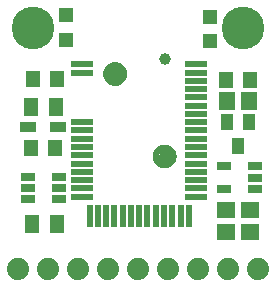
<source format=gbr>
G04 EAGLE Gerber RS-274X export*
G75*
%MOMM*%
%FSLAX34Y34*%
%LPD*%
%INSoldermask Top*%
%IPPOS*%
%AMOC8*
5,1,8,0,0,1.08239X$1,22.5*%
G01*
%ADD10R,1.951600X0.551600*%
%ADD11R,0.551600X1.951600*%
%ADD12C,1.001600*%
%ADD13R,1.301600X1.301600*%
%ADD14R,1.301600X1.401600*%
%ADD15R,1.301600X1.601600*%
%ADD16C,1.101600*%
%ADD17C,0.500000*%
%ADD18R,1.301600X0.651600*%
%ADD19R,1.601600X1.401600*%
%ADD20C,3.617600*%
%ADD21R,1.101600X1.371600*%
%ADD22R,1.401600X1.601600*%
%ADD23R,1.451600X0.901600*%
%ADD24C,1.879600*%


D10*
X67320Y197480D03*
X67320Y190480D03*
X67320Y148480D03*
X67320Y141480D03*
X67320Y134480D03*
X67320Y127480D03*
X67320Y120480D03*
X67320Y113480D03*
X67320Y106480D03*
X67320Y99480D03*
X67320Y92480D03*
X67320Y85480D03*
D11*
X73570Y69230D03*
X80570Y69230D03*
X87570Y69230D03*
X94570Y69230D03*
X101570Y69230D03*
X108570Y69230D03*
X115570Y69230D03*
X122570Y69230D03*
X129570Y69230D03*
X136570Y69230D03*
X143570Y69230D03*
X150570Y69230D03*
X157570Y69230D03*
D10*
X163820Y85480D03*
X163820Y92480D03*
X163820Y99480D03*
X163820Y106480D03*
X163820Y113480D03*
X163820Y120480D03*
X163820Y127480D03*
X163820Y134480D03*
X163820Y141480D03*
X163820Y148480D03*
X163820Y155480D03*
X163820Y162480D03*
X163820Y169480D03*
X163820Y176480D03*
X163820Y183480D03*
X163820Y190480D03*
X163820Y197480D03*
D12*
X137570Y201980D03*
D13*
X175260Y237830D03*
X175260Y216830D03*
X53340Y239100D03*
X53340Y218100D03*
D14*
X189230Y184150D03*
X209550Y184150D03*
X25400Y185420D03*
X45720Y185420D03*
D15*
X44790Y161290D03*
X23790Y161290D03*
D16*
X137160Y119380D03*
D17*
X137160Y126880D02*
X136979Y126878D01*
X136798Y126871D01*
X136617Y126860D01*
X136436Y126845D01*
X136256Y126825D01*
X136076Y126801D01*
X135897Y126773D01*
X135719Y126740D01*
X135542Y126703D01*
X135365Y126662D01*
X135190Y126617D01*
X135015Y126567D01*
X134842Y126513D01*
X134671Y126455D01*
X134500Y126393D01*
X134332Y126326D01*
X134165Y126256D01*
X133999Y126182D01*
X133836Y126103D01*
X133675Y126021D01*
X133515Y125935D01*
X133358Y125845D01*
X133203Y125751D01*
X133050Y125654D01*
X132900Y125552D01*
X132752Y125448D01*
X132606Y125339D01*
X132464Y125228D01*
X132324Y125112D01*
X132187Y124994D01*
X132052Y124872D01*
X131921Y124747D01*
X131793Y124619D01*
X131668Y124488D01*
X131546Y124353D01*
X131428Y124216D01*
X131312Y124076D01*
X131201Y123934D01*
X131092Y123788D01*
X130988Y123640D01*
X130886Y123490D01*
X130789Y123337D01*
X130695Y123182D01*
X130605Y123025D01*
X130519Y122865D01*
X130437Y122704D01*
X130358Y122541D01*
X130284Y122375D01*
X130214Y122208D01*
X130147Y122040D01*
X130085Y121869D01*
X130027Y121698D01*
X129973Y121525D01*
X129923Y121350D01*
X129878Y121175D01*
X129837Y120998D01*
X129800Y120821D01*
X129767Y120643D01*
X129739Y120464D01*
X129715Y120284D01*
X129695Y120104D01*
X129680Y119923D01*
X129669Y119742D01*
X129662Y119561D01*
X129660Y119380D01*
X137160Y126880D02*
X137341Y126878D01*
X137522Y126871D01*
X137703Y126860D01*
X137884Y126845D01*
X138064Y126825D01*
X138244Y126801D01*
X138423Y126773D01*
X138601Y126740D01*
X138778Y126703D01*
X138955Y126662D01*
X139130Y126617D01*
X139305Y126567D01*
X139478Y126513D01*
X139649Y126455D01*
X139820Y126393D01*
X139988Y126326D01*
X140155Y126256D01*
X140321Y126182D01*
X140484Y126103D01*
X140645Y126021D01*
X140805Y125935D01*
X140962Y125845D01*
X141117Y125751D01*
X141270Y125654D01*
X141420Y125552D01*
X141568Y125448D01*
X141714Y125339D01*
X141856Y125228D01*
X141996Y125112D01*
X142133Y124994D01*
X142268Y124872D01*
X142399Y124747D01*
X142527Y124619D01*
X142652Y124488D01*
X142774Y124353D01*
X142892Y124216D01*
X143008Y124076D01*
X143119Y123934D01*
X143228Y123788D01*
X143332Y123640D01*
X143434Y123490D01*
X143531Y123337D01*
X143625Y123182D01*
X143715Y123025D01*
X143801Y122865D01*
X143883Y122704D01*
X143962Y122541D01*
X144036Y122375D01*
X144106Y122208D01*
X144173Y122040D01*
X144235Y121869D01*
X144293Y121698D01*
X144347Y121525D01*
X144397Y121350D01*
X144442Y121175D01*
X144483Y120998D01*
X144520Y120821D01*
X144553Y120643D01*
X144581Y120464D01*
X144605Y120284D01*
X144625Y120104D01*
X144640Y119923D01*
X144651Y119742D01*
X144658Y119561D01*
X144660Y119380D01*
X144658Y119199D01*
X144651Y119018D01*
X144640Y118837D01*
X144625Y118656D01*
X144605Y118476D01*
X144581Y118296D01*
X144553Y118117D01*
X144520Y117939D01*
X144483Y117762D01*
X144442Y117585D01*
X144397Y117410D01*
X144347Y117235D01*
X144293Y117062D01*
X144235Y116891D01*
X144173Y116720D01*
X144106Y116552D01*
X144036Y116385D01*
X143962Y116219D01*
X143883Y116056D01*
X143801Y115895D01*
X143715Y115735D01*
X143625Y115578D01*
X143531Y115423D01*
X143434Y115270D01*
X143332Y115120D01*
X143228Y114972D01*
X143119Y114826D01*
X143008Y114684D01*
X142892Y114544D01*
X142774Y114407D01*
X142652Y114272D01*
X142527Y114141D01*
X142399Y114013D01*
X142268Y113888D01*
X142133Y113766D01*
X141996Y113648D01*
X141856Y113532D01*
X141714Y113421D01*
X141568Y113312D01*
X141420Y113208D01*
X141270Y113106D01*
X141117Y113009D01*
X140962Y112915D01*
X140805Y112825D01*
X140645Y112739D01*
X140484Y112657D01*
X140321Y112578D01*
X140155Y112504D01*
X139988Y112434D01*
X139820Y112367D01*
X139649Y112305D01*
X139478Y112247D01*
X139305Y112193D01*
X139130Y112143D01*
X138955Y112098D01*
X138778Y112057D01*
X138601Y112020D01*
X138423Y111987D01*
X138244Y111959D01*
X138064Y111935D01*
X137884Y111915D01*
X137703Y111900D01*
X137522Y111889D01*
X137341Y111882D01*
X137160Y111880D01*
X136979Y111882D01*
X136798Y111889D01*
X136617Y111900D01*
X136436Y111915D01*
X136256Y111935D01*
X136076Y111959D01*
X135897Y111987D01*
X135719Y112020D01*
X135542Y112057D01*
X135365Y112098D01*
X135190Y112143D01*
X135015Y112193D01*
X134842Y112247D01*
X134671Y112305D01*
X134500Y112367D01*
X134332Y112434D01*
X134165Y112504D01*
X133999Y112578D01*
X133836Y112657D01*
X133675Y112739D01*
X133515Y112825D01*
X133358Y112915D01*
X133203Y113009D01*
X133050Y113106D01*
X132900Y113208D01*
X132752Y113312D01*
X132606Y113421D01*
X132464Y113532D01*
X132324Y113648D01*
X132187Y113766D01*
X132052Y113888D01*
X131921Y114013D01*
X131793Y114141D01*
X131668Y114272D01*
X131546Y114407D01*
X131428Y114544D01*
X131312Y114684D01*
X131201Y114826D01*
X131092Y114972D01*
X130988Y115120D01*
X130886Y115270D01*
X130789Y115423D01*
X130695Y115578D01*
X130605Y115735D01*
X130519Y115895D01*
X130437Y116056D01*
X130358Y116219D01*
X130284Y116385D01*
X130214Y116552D01*
X130147Y116720D01*
X130085Y116891D01*
X130027Y117062D01*
X129973Y117235D01*
X129923Y117410D01*
X129878Y117585D01*
X129837Y117762D01*
X129800Y117939D01*
X129767Y118117D01*
X129739Y118296D01*
X129715Y118476D01*
X129695Y118656D01*
X129680Y118837D01*
X129669Y119018D01*
X129662Y119199D01*
X129660Y119380D01*
D18*
X213661Y92100D03*
X213661Y101600D03*
X213661Y111100D03*
X187659Y111100D03*
X187659Y92100D03*
D19*
X209550Y74270D03*
X209550Y55270D03*
D15*
X46060Y62230D03*
X25060Y62230D03*
D20*
X203200Y228600D03*
X25400Y228600D03*
D19*
X189230Y74270D03*
X189230Y55270D03*
D21*
X199390Y128430D03*
X189890Y148430D03*
X208890Y148430D03*
D22*
X208890Y166370D03*
X189890Y166370D03*
D18*
X21290Y102210D03*
X21290Y92710D03*
X21290Y83210D03*
X47290Y83210D03*
X47290Y92710D03*
X47290Y102210D03*
D23*
X21590Y144780D03*
X46990Y144780D03*
D14*
X24130Y127000D03*
X44450Y127000D03*
D16*
X95250Y189230D03*
D17*
X95250Y196730D02*
X95069Y196728D01*
X94888Y196721D01*
X94707Y196710D01*
X94526Y196695D01*
X94346Y196675D01*
X94166Y196651D01*
X93987Y196623D01*
X93809Y196590D01*
X93632Y196553D01*
X93455Y196512D01*
X93280Y196467D01*
X93105Y196417D01*
X92932Y196363D01*
X92761Y196305D01*
X92590Y196243D01*
X92422Y196176D01*
X92255Y196106D01*
X92089Y196032D01*
X91926Y195953D01*
X91765Y195871D01*
X91605Y195785D01*
X91448Y195695D01*
X91293Y195601D01*
X91140Y195504D01*
X90990Y195402D01*
X90842Y195298D01*
X90696Y195189D01*
X90554Y195078D01*
X90414Y194962D01*
X90277Y194844D01*
X90142Y194722D01*
X90011Y194597D01*
X89883Y194469D01*
X89758Y194338D01*
X89636Y194203D01*
X89518Y194066D01*
X89402Y193926D01*
X89291Y193784D01*
X89182Y193638D01*
X89078Y193490D01*
X88976Y193340D01*
X88879Y193187D01*
X88785Y193032D01*
X88695Y192875D01*
X88609Y192715D01*
X88527Y192554D01*
X88448Y192391D01*
X88374Y192225D01*
X88304Y192058D01*
X88237Y191890D01*
X88175Y191719D01*
X88117Y191548D01*
X88063Y191375D01*
X88013Y191200D01*
X87968Y191025D01*
X87927Y190848D01*
X87890Y190671D01*
X87857Y190493D01*
X87829Y190314D01*
X87805Y190134D01*
X87785Y189954D01*
X87770Y189773D01*
X87759Y189592D01*
X87752Y189411D01*
X87750Y189230D01*
X95250Y196730D02*
X95431Y196728D01*
X95612Y196721D01*
X95793Y196710D01*
X95974Y196695D01*
X96154Y196675D01*
X96334Y196651D01*
X96513Y196623D01*
X96691Y196590D01*
X96868Y196553D01*
X97045Y196512D01*
X97220Y196467D01*
X97395Y196417D01*
X97568Y196363D01*
X97739Y196305D01*
X97910Y196243D01*
X98078Y196176D01*
X98245Y196106D01*
X98411Y196032D01*
X98574Y195953D01*
X98735Y195871D01*
X98895Y195785D01*
X99052Y195695D01*
X99207Y195601D01*
X99360Y195504D01*
X99510Y195402D01*
X99658Y195298D01*
X99804Y195189D01*
X99946Y195078D01*
X100086Y194962D01*
X100223Y194844D01*
X100358Y194722D01*
X100489Y194597D01*
X100617Y194469D01*
X100742Y194338D01*
X100864Y194203D01*
X100982Y194066D01*
X101098Y193926D01*
X101209Y193784D01*
X101318Y193638D01*
X101422Y193490D01*
X101524Y193340D01*
X101621Y193187D01*
X101715Y193032D01*
X101805Y192875D01*
X101891Y192715D01*
X101973Y192554D01*
X102052Y192391D01*
X102126Y192225D01*
X102196Y192058D01*
X102263Y191890D01*
X102325Y191719D01*
X102383Y191548D01*
X102437Y191375D01*
X102487Y191200D01*
X102532Y191025D01*
X102573Y190848D01*
X102610Y190671D01*
X102643Y190493D01*
X102671Y190314D01*
X102695Y190134D01*
X102715Y189954D01*
X102730Y189773D01*
X102741Y189592D01*
X102748Y189411D01*
X102750Y189230D01*
X102748Y189049D01*
X102741Y188868D01*
X102730Y188687D01*
X102715Y188506D01*
X102695Y188326D01*
X102671Y188146D01*
X102643Y187967D01*
X102610Y187789D01*
X102573Y187612D01*
X102532Y187435D01*
X102487Y187260D01*
X102437Y187085D01*
X102383Y186912D01*
X102325Y186741D01*
X102263Y186570D01*
X102196Y186402D01*
X102126Y186235D01*
X102052Y186069D01*
X101973Y185906D01*
X101891Y185745D01*
X101805Y185585D01*
X101715Y185428D01*
X101621Y185273D01*
X101524Y185120D01*
X101422Y184970D01*
X101318Y184822D01*
X101209Y184676D01*
X101098Y184534D01*
X100982Y184394D01*
X100864Y184257D01*
X100742Y184122D01*
X100617Y183991D01*
X100489Y183863D01*
X100358Y183738D01*
X100223Y183616D01*
X100086Y183498D01*
X99946Y183382D01*
X99804Y183271D01*
X99658Y183162D01*
X99510Y183058D01*
X99360Y182956D01*
X99207Y182859D01*
X99052Y182765D01*
X98895Y182675D01*
X98735Y182589D01*
X98574Y182507D01*
X98411Y182428D01*
X98245Y182354D01*
X98078Y182284D01*
X97910Y182217D01*
X97739Y182155D01*
X97568Y182097D01*
X97395Y182043D01*
X97220Y181993D01*
X97045Y181948D01*
X96868Y181907D01*
X96691Y181870D01*
X96513Y181837D01*
X96334Y181809D01*
X96154Y181785D01*
X95974Y181765D01*
X95793Y181750D01*
X95612Y181739D01*
X95431Y181732D01*
X95250Y181730D01*
X95069Y181732D01*
X94888Y181739D01*
X94707Y181750D01*
X94526Y181765D01*
X94346Y181785D01*
X94166Y181809D01*
X93987Y181837D01*
X93809Y181870D01*
X93632Y181907D01*
X93455Y181948D01*
X93280Y181993D01*
X93105Y182043D01*
X92932Y182097D01*
X92761Y182155D01*
X92590Y182217D01*
X92422Y182284D01*
X92255Y182354D01*
X92089Y182428D01*
X91926Y182507D01*
X91765Y182589D01*
X91605Y182675D01*
X91448Y182765D01*
X91293Y182859D01*
X91140Y182956D01*
X90990Y183058D01*
X90842Y183162D01*
X90696Y183271D01*
X90554Y183382D01*
X90414Y183498D01*
X90277Y183616D01*
X90142Y183738D01*
X90011Y183863D01*
X89883Y183991D01*
X89758Y184122D01*
X89636Y184257D01*
X89518Y184394D01*
X89402Y184534D01*
X89291Y184676D01*
X89182Y184822D01*
X89078Y184970D01*
X88976Y185120D01*
X88879Y185273D01*
X88785Y185428D01*
X88695Y185585D01*
X88609Y185745D01*
X88527Y185906D01*
X88448Y186069D01*
X88374Y186235D01*
X88304Y186402D01*
X88237Y186570D01*
X88175Y186741D01*
X88117Y186912D01*
X88063Y187085D01*
X88013Y187260D01*
X87968Y187435D01*
X87927Y187612D01*
X87890Y187789D01*
X87857Y187967D01*
X87829Y188146D01*
X87805Y188326D01*
X87785Y188506D01*
X87770Y188687D01*
X87759Y188868D01*
X87752Y189049D01*
X87750Y189230D01*
D24*
X12700Y24130D03*
X38100Y24130D03*
X63500Y24130D03*
X88900Y24130D03*
X114300Y24130D03*
X139700Y24130D03*
X165100Y24130D03*
X190500Y24130D03*
X215900Y24130D03*
M02*

</source>
